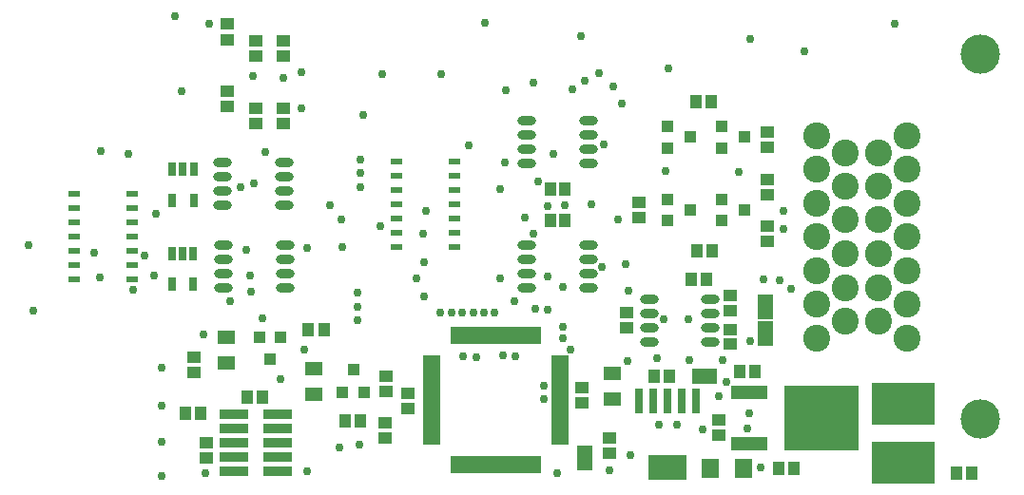
<source format=gts>
%FSLAX23Y23*%
%MOIN*%
%SFA1B1*%

%IPPOS*%
%ADD36R,0.061150X0.065090*%
%ADD37R,0.059180X0.051310*%
%ADD38R,0.047370X0.043430*%
%ADD39R,0.045400X0.041470*%
%ADD40R,0.126110X0.047370*%
%ADD41R,0.259970X0.226500*%
%ADD42R,0.043000X0.024540*%
%ADD43O,0.065090X0.031620*%
%ADD44R,0.043430X0.047370*%
%ADD45R,0.043430X0.039500*%
%ADD46R,0.039500X0.043430*%
%ADD47R,0.102490X0.037920*%
%ADD48R,0.088710X0.053280*%
%ADD49R,0.053280X0.088710*%
%ADD50R,0.061150X0.019810*%
%ADD51R,0.019810X0.061150*%
%ADD52R,0.031620X0.090680*%
%ADD53R,0.133980X0.090680*%
%ADD54R,0.222570X0.145800*%
%ADD55R,0.031620X0.047370*%
%ADD56C,0.137920*%
%ADD57C,0.094610*%
%ADD58C,0.030000*%
%LNpedalbox-1*%
%LPD*%
G54D36*
X2912Y62D03*
X3028D03*
G54D37*
X2570Y397D03*
Y307D03*
X1216Y521D03*
Y431D03*
X1523Y412D03*
Y322D03*
G54D38*
X1220Y1621D03*
Y1567D03*
X1318Y1562D03*
Y1508D03*
X1417D03*
Y1562D03*
Y1272D03*
Y1325D03*
X1220Y1384D03*
Y1331D03*
X1318Y1325D03*
Y1272D03*
X3113Y912D03*
Y859D03*
Y1076D03*
Y1023D03*
X3114Y1189D03*
Y1243D03*
X2559Y168D03*
Y115D03*
X2618Y609D03*
Y556D03*
X2984Y669D03*
Y616D03*
X1145Y99D03*
Y152D03*
X1771Y170D03*
Y223D03*
X1775Y331D03*
Y384D03*
X1102Y451D03*
Y398D03*
X1854Y325D03*
Y272D03*
X2464Y346D03*
Y293D03*
X2944Y178D03*
Y231D03*
X2663Y942D03*
Y996D03*
G54D39*
X2984Y499D03*
Y550D03*
G54D40*
X3049Y328D03*
Y148D03*
G54D41*
X3303Y238D03*
G54D42*
X2015Y840D03*
Y890D03*
Y940D03*
Y990D03*
Y1040D03*
Y1090D03*
Y1140D03*
X1811Y840D03*
Y890D03*
Y940D03*
Y990D03*
Y1040D03*
Y1090D03*
Y1140D03*
X681Y1027D03*
Y977D03*
Y927D03*
Y877D03*
Y827D03*
Y777D03*
Y727D03*
X885Y1027D03*
Y977D03*
Y927D03*
Y877D03*
Y827D03*
Y777D03*
Y727D03*
G54D43*
X2485Y1133D03*
Y1183D03*
Y1233D03*
Y1283D03*
X2270Y1133D03*
Y1183D03*
Y1233D03*
Y1283D03*
X2485Y696D03*
Y746D03*
Y796D03*
Y846D03*
X2270Y696D03*
Y746D03*
Y796D03*
Y846D03*
X1203Y1137D03*
Y1087D03*
Y1037D03*
Y987D03*
X1418Y1137D03*
Y1087D03*
Y1037D03*
Y987D03*
X1207Y846D03*
Y796D03*
Y746D03*
Y696D03*
X1422Y846D03*
Y796D03*
Y746D03*
Y696D03*
X2914Y507D03*
Y557D03*
Y607D03*
Y657D03*
X2699Y507D03*
Y557D03*
Y607D03*
Y657D03*
G54D44*
X2404Y931D03*
X2351D03*
X2404Y1043D03*
X2351D03*
X2920Y826D03*
X2867D03*
X1504Y549D03*
X1558D03*
X2770Y385D03*
X2717D03*
X2900Y724D03*
X2847D03*
X3016Y401D03*
X3069D03*
X1071Y255D03*
X1125D03*
X1341Y311D03*
X1288D03*
X1634Y230D03*
X1687D03*
X3206Y62D03*
X3153D03*
X3830Y47D03*
X3777D03*
X2864Y1350D03*
X2917D03*
G54D45*
X2763Y1005D03*
Y931D03*
X2842Y968D03*
X2952Y1005D03*
Y931D03*
X3031Y968D03*
X2763Y1261D03*
Y1187D03*
X2842Y1224D03*
X2952Y1261D03*
Y1187D03*
X3031Y1224D03*
G54D46*
X1407Y523D03*
X1332D03*
X1370Y444D03*
X1661Y409D03*
X1698Y330D03*
X1624D03*
G54D47*
X1242Y253D03*
X1395D03*
X1242Y203D03*
X1395D03*
X1242Y153D03*
X1395D03*
X1242Y103D03*
X1395D03*
X1242Y53D03*
X1395D03*
G54D48*
X2893Y385D03*
G54D49*
X3106Y629D03*
Y535D03*
X2472Y98D03*
G54D50*
X2387Y155D03*
Y175D03*
Y194D03*
Y214D03*
Y234D03*
Y253D03*
Y273D03*
Y293D03*
Y312D03*
Y332D03*
Y352D03*
Y372D03*
Y391D03*
Y411D03*
Y431D03*
Y450D03*
X1935D03*
Y431D03*
Y411D03*
Y391D03*
Y372D03*
Y352D03*
Y332D03*
Y312D03*
Y293D03*
Y273D03*
Y253D03*
Y234D03*
Y214D03*
Y194D03*
Y175D03*
Y155D03*
G54D51*
X2309Y529D03*
X2289D03*
X2269D03*
X2250D03*
X2230D03*
X2210D03*
X2190D03*
X2171D03*
X2151D03*
X2131D03*
X2112D03*
X2092D03*
X2072D03*
X2053D03*
X2033D03*
X2013D03*
Y76D03*
X2033D03*
X2053D03*
X2072D03*
X2092D03*
X2112D03*
X2131D03*
X2151D03*
X2171D03*
X2190D03*
X2210D03*
X2230D03*
X2250D03*
X2269D03*
X2289D03*
X2309D03*
G54D52*
X2864Y300D03*
X2814D03*
X2764D03*
X2714D03*
X2664D03*
G54D53*
X2764Y65D03*
G54D54*
X3590Y83D03*
Y290D03*
G54D55*
X1102Y1112D03*
X1064D03*
X1027D03*
Y1003D03*
X1102D03*
X1100Y817D03*
X1062D03*
X1025D03*
Y709D03*
X1100D03*
G54D56*
X3858Y235D03*
Y1514D03*
G54D57*
X3287Y1229D03*
Y1111D03*
Y993D03*
Y875D03*
Y756D03*
Y638D03*
Y520D03*
X3385Y1170D03*
Y1052D03*
Y934D03*
Y815D03*
Y697D03*
Y579D03*
X3503Y1170D03*
Y1052D03*
Y934D03*
Y815D03*
Y697D03*
Y579D03*
X3602Y1229D03*
Y1111D03*
Y993D03*
Y875D03*
Y756D03*
Y638D03*
Y520D03*
G54D58*
X2375Y44D03*
X2421Y480D03*
X1612Y134D03*
X1228Y648D03*
X1684Y146D03*
X1500Y53D03*
X2330Y352D03*
X2329Y306D03*
X2395Y520D03*
Y559D03*
X1302Y682D03*
X2726Y450D03*
X1881Y728D03*
X1905Y884D03*
X1909Y787D03*
X2121Y1624D03*
X1353Y1172D03*
X969Y956D03*
X963Y740D03*
X1499Y834D03*
X1143Y45D03*
X771Y732D03*
X751Y818D03*
X871Y1166D03*
X1910Y665D03*
X2157Y610D03*
X1618Y937D03*
X2496Y988D03*
X2429Y1393D03*
X3245Y233D03*
Y275D03*
X3199D03*
Y233D03*
Y190D03*
Y148D03*
X3245D03*
X3291D03*
Y190D03*
X3245D03*
X3291Y233D03*
Y275D03*
X2838Y442D03*
X3090Y67D03*
X3048Y256D03*
X2404Y984D03*
X2225Y650D03*
X2299Y622D03*
X1416Y1433D03*
X2732Y216D03*
X1697Y1303D03*
X2293Y884D03*
X1036Y1649D03*
X1060Y1385D03*
X3054Y509D03*
X1969Y1445D03*
X2067Y1197D03*
X539Y615D03*
X523Y845D03*
X777Y1177D03*
X2308Y1070D03*
X2539Y1200D03*
X2459Y1579D03*
X3051Y1568D03*
X1624Y839D03*
X2615Y778D03*
X2625Y684D03*
X2531Y769D03*
X2588Y937D03*
X2262Y941D03*
X2836Y587D03*
X2750D03*
X2177Y1043D03*
X1677Y629D03*
Y678D03*
X1308Y1440D03*
X1762Y1446D03*
X929Y810D03*
X889Y689D03*
X2601Y1342D03*
X2767Y1466D03*
X2192Y1137D03*
X2344Y982D03*
X2119Y610D03*
X2081D03*
X2005D03*
X2177Y728D03*
X2397Y700D03*
X2342Y736D03*
X2043Y610D03*
X2342Y618D03*
X1314Y1062D03*
X1267Y1049D03*
X1299Y740D03*
X1287Y828D03*
X1479Y1452D03*
Y1325D03*
X1157Y1621D03*
X2094Y452D03*
X1578Y984D03*
X1755Y913D03*
X1685Y1049D03*
X1677Y582D03*
X2887Y198D03*
X3042Y203D03*
X2968Y365D03*
X2956Y442D03*
X2633Y108D03*
X2623Y438D03*
X1490Y479D03*
X1343Y588D03*
X1137Y531D03*
X988Y417D03*
Y282D03*
Y157D03*
Y35D03*
X1685Y1098D03*
Y1145D03*
X2228Y456D03*
X2185Y459D03*
X2047Y456D03*
X1917Y964D03*
X2574Y1401D03*
X2523Y1448D03*
X1967Y610D03*
X2196Y1389D03*
X2291Y1417D03*
X2472Y1421D03*
X2362Y1165D03*
X3169Y964D03*
X3011Y1102D03*
X2755Y1106D03*
X3196Y692D03*
X3169Y901D03*
X1405Y374D03*
X3098Y724D03*
X3157Y723D03*
X3244Y1527D03*
X3559Y1622D03*
X2559Y55D03*
X2944Y314D03*
X2795Y216D03*
M02*
</source>
